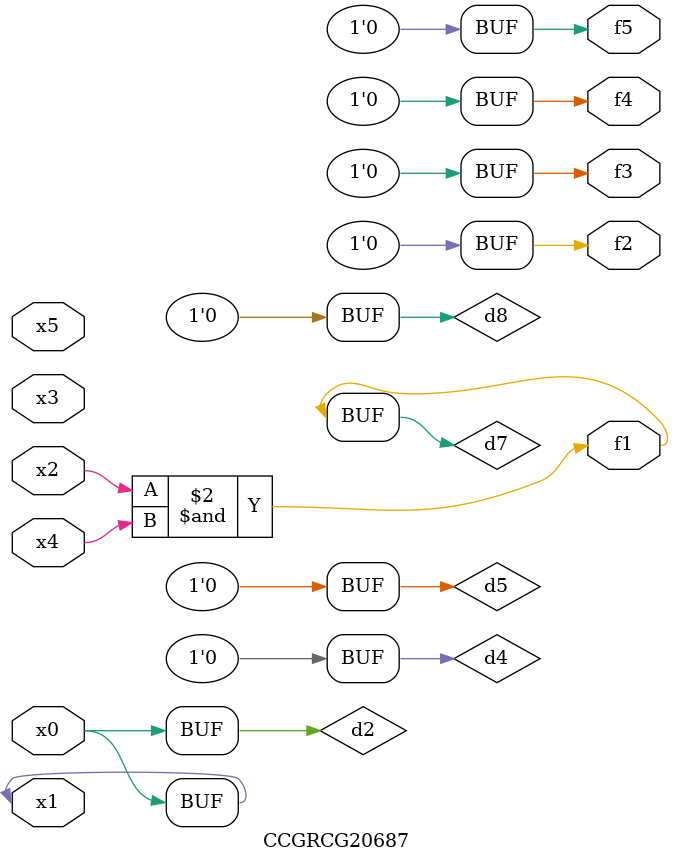
<source format=v>
module CCGRCG20687(
	input x0, x1, x2, x3, x4, x5,
	output f1, f2, f3, f4, f5
);

	wire d1, d2, d3, d4, d5, d6, d7, d8, d9;

	nand (d1, x1);
	buf (d2, x0, x1);
	nand (d3, x2, x4);
	and (d4, d1, d2);
	and (d5, d1, d2);
	nand (d6, d1, d3);
	not (d7, d3);
	xor (d8, d5);
	nor (d9, d5, d6);
	assign f1 = d7;
	assign f2 = d8;
	assign f3 = d8;
	assign f4 = d8;
	assign f5 = d8;
endmodule

</source>
